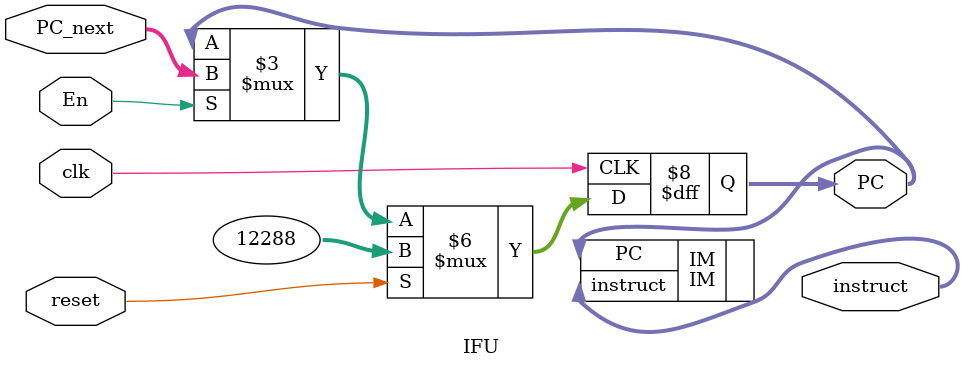
<source format=v>
`timescale 1ns / 1ps

module IFU(
    input [31:0] PC_next,
    input clk,
    input reset,
    input En,
    output [31:0] instruct,
    output reg [31:0] PC
    );

    always @(posedge clk) begin
        if (reset) begin
            PC <= 32'h0000_3000;
        end
        else begin
            if(En)
                PC <= PC_next;
            else
                PC <= PC;
        end
    end

    IM IM(
        .PC(PC),
        .instruct(instruct)
    );


endmodule

</source>
